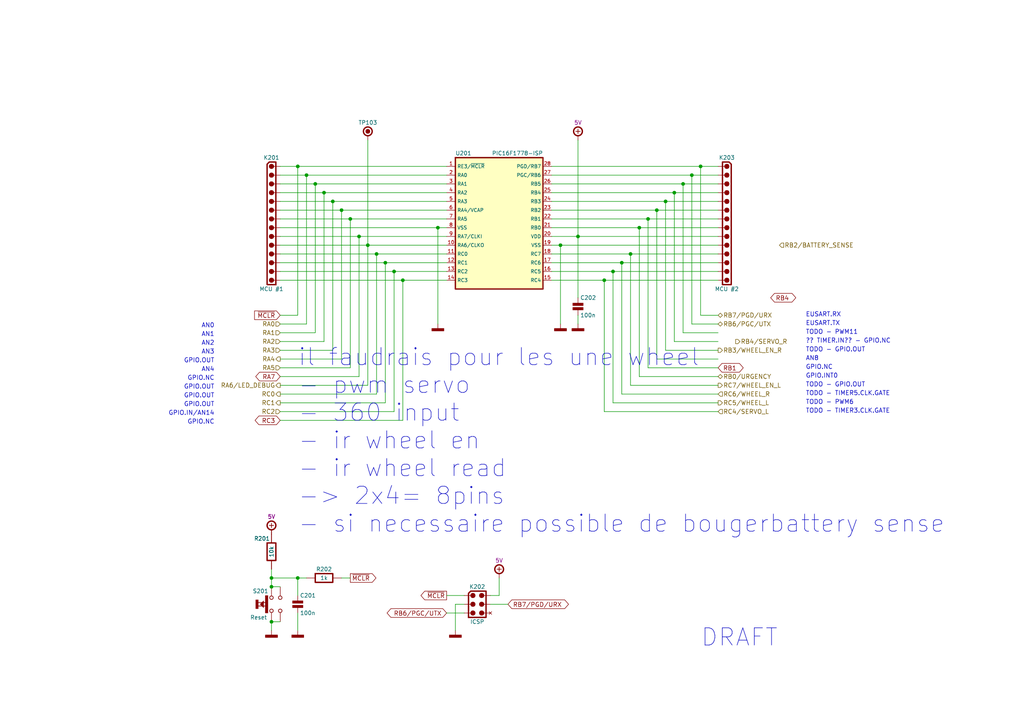
<source format=kicad_sch>
(kicad_sch (version 20230121) (generator eeschema)
  (paper "A4")
  (title_block (title "MCU") (date "01/2022") (rev "A") (comment 1 "TBOT - MCU PIC-8Bit"))
  (lib_symbols
    (symbol "tronixio:ALPS-SKRPAC" (pin_numbers hide) (pin_names (offset 0) hide)
      (property "Reference" "S" (at 0 6.35 0))
      (property "Value" "SKRPAC" (at 0 -5.08 0))
      (symbol "ALPS-SKRPAC_0_1"
        (rectangle (start -2.54 1.778) (end 2.54 1.016) (stroke (width 0.001)) (fill (type outline)))
        (circle (center -1.905 -2.54) (radius 0.508) (stroke (width 0.2)))
        (circle (center -1.905 0) (radius 0.508) (stroke (width 0.2)))
        (rectangle (start -1.27 4.572) (end 1.27 3.81) (stroke (width 0.001)) (fill (type outline)))
        (polyline (pts (xy -0.508 1.778) (xy -0.508 3.81)) (stroke (width 0.2)))
        (polyline (pts (xy 0.508 1.778) (xy 0.508 3.81)) (stroke (width 0.2)))
        (polyline (pts (xy -1.016 2.286) (xy 1.016 2.286) (xy 0 3.302) (xy -1.016 2.286)) (stroke (width 0.001)) (fill (type outline)))
        (circle (center 1.905 -2.54) (radius 0.508) (stroke (width 0.2)))
        (circle (center 1.905 0) (radius 0.508) (stroke (width 0.2)))
        (pin passive line (at -5.08 0 0) (length 2.54) (name "1") (number "1"))
        (pin passive line (at -5.08 -2.54 0) (length 2.54) (name "2") (number "2"))
        (pin passive line (at 5.08 0 180) (length 2.54) (name "3") (number "3"))
        (pin passive line (at 5.08 -2.54 180) (length 2.54) (name "4") (number "4"))
      )
    )
    (symbol "tronixio:CAPACITOR-1206-100N-50V-5P-X7R" (pin_numbers hide) (pin_names (offset 0) hide)
      (property "Reference" "C" (at 0.635 2.54 0))
      (property "Value" "100n" (at 0.635 -2.54 0))
      (symbol "CAPACITOR-1206-100N-50V-5P-X7R_0_1"
        (rectangle (start -1.524 -0.254) (end 1.524 -1.016) (stroke (width 0.001)) (fill (type outline)))
        (rectangle (start -1.524 1.016) (end 1.524 0.254) (stroke (width 0.001)) (fill (type outline)))
      )
      (symbol "CAPACITOR-1206-100N-50V-5P-X7R_1_1"
        (pin passive line (at 0 2.54 270) (length 1.905) (name "~") (number "1"))
        (pin passive line (at 0 -2.54 90) (length 1.905) (name "~") (number "2"))
      )
    )
    (symbol "tronixio:HARWIN-254-M-1X14-VERTICAL" (pin_numbers hide) (pin_names (offset 0) hide)
      (property "Reference" "K" (at 0 2.54 0))
      (property "Value" "SYMBOL-HEADER-M-1X14" (at 0 -35.56 0))
      (symbol "HARWIN-254-M-1X14-VERTICAL_0_1"
        (circle (center 0 -33.02) (radius 0.635) (stroke (width 0.2)) (fill (type outline)))
        (circle (center 0 -30.48) (radius 0.635) (stroke (width 0.2)) (fill (type outline)))
        (circle (center 0 -27.94) (radius 0.635) (stroke (width 0.2)) (fill (type outline)))
        (circle (center 0 -25.4) (radius 0.635) (stroke (width 0.2)) (fill (type outline)))
        (circle (center 0 -22.86) (radius 0.635) (stroke (width 0.2)) (fill (type outline)))
        (circle (center 0 -20.32) (radius 0.635) (stroke (width 0.2)) (fill (type outline)))
        (circle (center 0 -17.78) (radius 0.635) (stroke (width 0.2)) (fill (type outline)))
        (circle (center 0 -15.24) (radius 0.635) (stroke (width 0.2)) (fill (type outline)))
        (circle (center 0 -12.7) (radius 0.635) (stroke (width 0.2)) (fill (type outline)))
        (circle (center 0 -10.16) (radius 0.635) (stroke (width 0.2)) (fill (type outline)))
        (circle (center 0 -7.62) (radius 0.635) (stroke (width 0.2)) (fill (type outline)))
        (circle (center 0 -5.08) (radius 0.635) (stroke (width 0.2)) (fill (type outline)))
        (circle (center 0 -2.54) (radius 0.635) (stroke (width 0.2)) (fill (type outline)))
        (polyline (pts (xy -1.27 -34.29) (xy 1.27 -34.29) (xy 1.27 0.635) (xy 0.635 1.27) (xy -1.27 1.27) (xy -1.27 -34.29)) (stroke (width 0.4)))
        (circle (center 0 0) (radius 0.635) (stroke (width 0.2)) (fill (type outline)))
      )
      (symbol "HARWIN-254-M-1X14-VERTICAL_1_1"
        (pin passive line (at -2.54 0 0) (length 1.905) (name "Pin_1") (number "1"))
        (pin passive line (at -2.54 -22.86 0) (length 1.905) (name "Pin_10") (number "10"))
        (pin passive line (at -2.54 -25.4 0) (length 1.905) (name "Pin_11") (number "11"))
        (pin passive line (at -2.54 -27.94 0) (length 1.905) (name "Pin_12") (number "12"))
        (pin passive line (at -2.54 -30.48 0) (length 1.905) (name "Pin_13") (number "13"))
        (pin passive line (at -2.54 -33.02 0) (length 1.905) (name "Pin_14") (number "14"))
        (pin passive line (at -2.54 -2.54 0) (length 1.905) (name "Pin_2") (number "2"))
        (pin passive line (at -2.54 -5.08 0) (length 1.905) (name "Pin_3") (number "3"))
        (pin passive line (at -2.54 -7.62 0) (length 1.905) (name "Pin_4") (number "4"))
        (pin passive line (at -2.54 -10.16 0) (length 1.905) (name "Pin_5") (number "5"))
        (pin passive line (at -2.54 -12.7 0) (length 1.905) (name "Pin_6") (number "6"))
        (pin passive line (at -2.54 -15.24 0) (length 1.905) (name "Pin_7") (number "7"))
        (pin passive line (at -2.54 -17.78 0) (length 1.905) (name "Pin_8") (number "8"))
        (pin passive line (at -2.54 -20.32 0) (length 1.905) (name "Pin_9") (number "9"))
      )
    )
    (symbol "tronixio:KEYSTONE-2000-3" (pin_numbers hide) (pin_names (offset 0) hide)
      (property "Reference" "TP" (at 0 5.08 0))
      (symbol "KEYSTONE-2000-3_0_1"
        (circle (center 0 2.54) (radius 0.635) (stroke (width 0.001)) (fill (type outline)))
        (circle (center 0 2.54) (radius 1.27) (stroke (width 0.4)))
      )
      (symbol "KEYSTONE-2000-3_1_1"
        (pin passive line (at 0 0 90) (length 1.27) (name "1") (number "1"))
      )
    )
    (symbol "tronixio:MICROCHIP-ICSP-M-2X03" (pin_numbers hide) (pin_names (offset 0) hide)
      (property "Reference" "K" (at 1.27 2.54 0))
      (property "Value" "ICSP" (at 1.27 -7.62 0))
      (symbol "MICROCHIP-ICSP-M-2X03_0_0"
        (circle (center 0 -5.08) (radius 0.635) (stroke (width 0.2)) (fill (type outline)))
        (circle (center 0 -2.54) (radius 0.635) (stroke (width 0.2)) (fill (type outline)))
        (polyline (pts (xy -1.27 -6.35) (xy 3.81 -6.35) (xy 3.81 1.27) (xy -0.635 1.27) (xy -1.27 0.635) (xy -1.27 -6.35)) (stroke (width 0.4)))
        (circle (center 0 0) (radius 0.635) (stroke (width 0.2)) (fill (type outline)))
        (circle (center 2.54 -5.08) (radius 0.635) (stroke (width 0.2)) (fill (type outline)))
        (circle (center 2.54 -2.54) (radius 0.635) (stroke (width 0.2)) (fill (type outline)))
        (circle (center 2.54 0) (radius 0.635) (stroke (width 0.2)) (fill (type outline)))
      )
      (symbol "MICROCHIP-ICSP-M-2X03_1_1"
        (pin output line (at -2.54 0 0) (length 1.905) (name "1") (number "1"))
        (pin power_in line (at 5.08 0 180) (length 1.905) (name "2") (number "2"))
        (pin power_in line (at -2.54 -2.54 0) (length 1.905) (name "3") (number "3"))
        (pin bidirectional line (at 5.08 -2.54 180) (length 1.905) (name "4") (number "4"))
        (pin output line (at -2.54 -5.08 0) (length 1.905) (name "5") (number "5"))
        (pin no_connect line (at 5.08 -5.08 180) (length 1.905) (name "6") (number "6"))
      )
    )
    (symbol "tronixio:MICROCHIP-PIC16F1778-ISP" (pin_names (offset 0.5))
      (property "Reference" "U" (at 2.54 3.81 0))
      (property "Value" "PIC16F1778-ISP" (at 27.94 3.81 0))
      (symbol "MICROCHIP-PIC16F1778-ISP_0_1"
        (rectangle (start 2.54 -35.56) (end 27.94 2.54) (stroke (width 0.4)) (fill (type background)))
      )
      (symbol "MICROCHIP-PIC16F1778-ISP_1_1"
        (pin input line (at 0 0 0) (length 2.54) (name "RE3/~{MCLR}") (number "1"))
        (pin bidirectional line (at 0 -22.86 0) (length 2.54) (name "RA6/CLKO") (number "10"))
        (pin bidirectional line (at 0 -25.4 0) (length 2.54) (name "RC0") (number "11"))
        (pin bidirectional line (at 0 -27.94 0) (length 2.54) (name "RC1") (number "12"))
        (pin bidirectional line (at 0 -30.48 0) (length 2.54) (name "RC2") (number "13"))
        (pin bidirectional line (at 0 -33.02 0) (length 2.54) (name "RC3") (number "14"))
        (pin bidirectional line (at 30.48 -33.02 180) (length 2.54) (name "RC4") (number "15"))
        (pin bidirectional line (at 30.48 -30.48 180) (length 2.54) (name "RC5") (number "16"))
        (pin bidirectional line (at 30.48 -27.94 180) (length 2.54) (name "RC6") (number "17"))
        (pin bidirectional line (at 30.48 -25.4 180) (length 2.54) (name "RC7") (number "18"))
        (pin power_in line (at 30.48 -22.86 180) (length 2.54) (name "VSS") (number "19"))
        (pin bidirectional line (at 0 -2.54 0) (length 2.54) (name "RA0") (number "2"))
        (pin power_in line (at 30.48 -20.32 180) (length 2.54) (name "VDD") (number "20"))
        (pin bidirectional line (at 30.48 -17.78 180) (length 2.54) (name "RB0") (number "21"))
        (pin bidirectional line (at 30.48 -15.24 180) (length 2.54) (name "RB1") (number "22"))
        (pin bidirectional line (at 30.48 -12.7 180) (length 2.54) (name "RB2") (number "23"))
        (pin bidirectional line (at 30.48 -10.16 180) (length 2.54) (name "RB3") (number "24"))
        (pin bidirectional line (at 30.48 -7.62 180) (length 2.54) (name "RB4") (number "25"))
        (pin bidirectional line (at 30.48 -5.08 180) (length 2.54) (name "RB5") (number "26"))
        (pin bidirectional line (at 30.48 -2.54 180) (length 2.54) (name "PGC/RB6") (number "27"))
        (pin bidirectional line (at 30.48 0 180) (length 2.54) (name "PGD/RB7") (number "28"))
        (pin bidirectional line (at 0 -5.08 0) (length 2.54) (name "RA1") (number "3"))
        (pin bidirectional line (at 0 -7.62 0) (length 2.54) (name "RA2") (number "4"))
        (pin bidirectional line (at 0 -10.16 0) (length 2.54) (name "RA3") (number "5"))
        (pin bidirectional line (at 0 -12.7 0) (length 2.54) (name "RA4/VCAP") (number "6"))
        (pin bidirectional line (at 0 -15.24 0) (length 2.54) (name "RA5") (number "7"))
        (pin power_in line (at 0 -17.78 0) (length 2.54) (name "VSS") (number "8"))
        (pin bidirectional line (at 0 -20.32 0) (length 2.54) (name "RA7/CLKI") (number "9"))
      )
    )
    (symbol "tronixio:POWER-+5V" (power) (pin_numbers hide) (pin_names (offset 0) hide)
      (property "Name" "5V" (at 0 5.08 0))
      (symbol "POWER-+5V_0_1"
        (polyline (pts (xy -0.635 2.54) (xy 0.635 2.54)) (stroke (width 0.2)))
        (polyline (pts (xy 0 1.905) (xy 0 3.175)) (stroke (width 0.2)))
        (circle (center 0 2.54) (radius 1.27) (stroke (width 0.4)))
      )
      (symbol "POWER-+5V_1_1"
        (pin power_in line (at 0 0 90) (length 1.27) (name "+5V") (number "1"))
      )
    )
    (symbol "tronixio:POWER-GND" (power) (pin_numbers hide) (pin_names (offset 0) hide)
      (symbol "POWER-GND_0_1"
        (rectangle (start -1.778 -2.032) (end 1.778 -1.27) (stroke (width 0.001)) (fill (type outline)))
      )
      (symbol "POWER-GND_1_1"
        (pin power_in line (at 0 0 270) (length 1.27) (name "GND") (number "1"))
      )
    )
    (symbol "tronixio:RESISTOR-1206-10K-5P" (pin_numbers hide) (pin_names (offset 0) hide)
      (property "Reference" "R" (at 0.635 3.81 0))
      (property "Value" "10k" (at 0 0 90))
      (symbol "RESISTOR-1206-10K-5P_0_1"
        (rectangle (start -1.27 -2.54) (end 1.27 2.54) (stroke (width 0.4)))
      )
      (symbol "RESISTOR-1206-10K-5P_1_1"
        (pin passive line (at 0 5.08 270) (length 2.54) (name "~") (number "1"))
        (pin passive line (at 0 -5.08 90) (length 2.54) (name "~") (number "2"))
      )
    )
    (symbol "tronixio:RESISTOR-1206-1K-5P" (pin_numbers hide) (pin_names (offset 0) hide)
      (property "Reference" "R" (at 0 3.81 0))
      (property "Value" "1k" (at 0 0 90))
      (symbol "RESISTOR-1206-1K-5P_0_1"
        (rectangle (start -1.27 -2.54) (end 1.27 2.54) (stroke (width 0.4)))
      )
      (symbol "RESISTOR-1206-1K-5P_1_1"
        (pin passive line (at 0 5.08 270) (length 2.54) (name "~") (number "1"))
        (pin passive line (at 0 -5.08 90) (length 2.54) (name "~") (number "2"))
      )
    )
  )
  (junction (at 78.74 167.64))
  (junction (at 91.44 53.34) (diameter 0.9144))
  (junction (at 193.04 58.42) (diameter 0.9144))
  (junction (at 200.66 50.8) (diameter 0.9144))
  (junction (at 195.58 55.88) (diameter 0.9144))
  (junction (at 101.6 63.5) (diameter 0.9144))
  (junction (at 175.26 81.28) (diameter 0.9144))
  (junction (at 187.96 63.5) (diameter 0.9144))
  (junction (at 93.98 55.88) (diameter 0.9144))
  (junction (at 86.36 167.64))
  (junction (at 198.12 53.34) (diameter 0.9144))
  (junction (at 127 66.04) (diameter 0.9144))
  (junction (at 177.8 78.74) (diameter 0.9144))
  (junction (at 106.68 71.12) (diameter 0.9144))
  (junction (at 162.56 71.12) (diameter 0.9144))
  (junction (at 104.14 68.58) (diameter 0.9144))
  (junction (at 78.74 170.18))
  (junction (at 114.3 78.74) (diameter 0.9144))
  (junction (at 167.64 68.58) (diameter 0.9144))
  (junction (at 203.2 48.26) (diameter 0.9144))
  (junction (at 96.52 58.42) (diameter 0.9144))
  (junction (at 182.88 73.66) (diameter 0.9144))
  (junction (at 78.74 180.34))
  (junction (at 99.06 60.96) (diameter 0.9144))
  (junction (at 86.36 48.26) (diameter 0.9144))
  (junction (at 88.9 50.8) (diameter 0.9144))
  (junction (at 116.84 81.28) (diameter 0.9144))
  (junction (at 109.22 73.66) (diameter 0.9144))
  (junction (at 185.42 66.04) (diameter 0.9144))
  (junction (at 190.5 60.96) (diameter 0.9144))
  (junction (at 180.34 76.2) (diameter 0.9144))
  (junction (at 111.76 76.2) (diameter 0.9144))
  (wire (pts (xy 132.08 175.26) (xy 132.08 182.88)))
  (wire (pts (xy 134.62 175.26) (xy 132.08 175.26)))
  (wire (pts (xy 160.02 48.26) (xy 203.2 48.26)))
  (wire (pts (xy 203.2 48.26) (xy 208.28 48.26)))
  (wire (pts (xy 81.28 66.04) (xy 127 66.04)))
  (wire (pts (xy 127 66.04) (xy 129.54 66.04)))
  (wire (pts (xy 81.28 55.88) (xy 93.98 55.88)))
  (wire (pts (xy 93.98 55.88) (xy 129.54 55.88)))
  (wire (pts (xy 78.74 170.18) (xy 81.28 170.18)))
  (wire (pts (xy 86.36 172.72) (xy 86.36 167.64)))
  (wire (pts (xy 160.02 81.28) (xy 175.26 81.28)))
  (wire (pts (xy 175.26 81.28) (xy 208.28 81.28)))
  (wire (pts (xy 160.02 66.04) (xy 185.42 66.04)))
  (wire (pts (xy 185.42 66.04) (xy 208.28 66.04)))
  (wire (pts (xy 198.12 53.34) (xy 198.12 96.52)))
  (wire (pts (xy 208.28 119.38) (xy 175.26 119.38)))
  (wire (pts (xy 208.28 116.84) (xy 177.8 116.84)))
  (wire (pts (xy 208.28 109.22) (xy 185.42 109.22)))
  (wire (pts (xy 160.02 71.12) (xy 162.56 71.12)))
  (wire (pts (xy 162.56 71.12) (xy 208.28 71.12)))
  (wire (pts (xy 190.5 60.96) (xy 190.5 104.14)))
  (wire (pts (xy 190.5 104.14) (xy 208.28 104.14)))
  (wire (pts (xy 160.02 68.58) (xy 167.64 68.58)))
  (wire (pts (xy 167.64 68.58) (xy 208.28 68.58)))
  (wire (pts (xy 182.88 73.66) (xy 182.88 111.76)))
  (wire (pts (xy 182.88 111.76) (xy 208.28 111.76)))
  (wire (pts (xy 162.56 71.12) (xy 162.56 93.98)))
  (wire (pts (xy 160.02 73.66) (xy 182.88 73.66)))
  (wire (pts (xy 182.88 73.66) (xy 208.28 73.66)))
  (wire (pts (xy 81.28 78.74) (xy 114.3 78.74)))
  (wire (pts (xy 114.3 78.74) (xy 129.54 78.74)))
  (wire (pts (xy 78.74 167.64) (xy 78.74 170.18)))
  (wire (pts (xy 195.58 55.88) (xy 195.58 99.06)))
  (wire (pts (xy 167.64 68.58) (xy 167.64 86.36)))
  (wire (pts (xy 81.28 119.38) (xy 114.3 119.38)))
  (wire (pts (xy 114.3 119.38) (xy 114.3 78.74)))
  (wire (pts (xy 81.28 68.58) (xy 104.14 68.58)))
  (wire (pts (xy 104.14 68.58) (xy 129.54 68.58)))
  (wire (pts (xy 129.54 177.8) (xy 134.62 177.8)))
  (wire (pts (xy 175.26 81.28) (xy 175.26 119.38)))
  (wire (pts (xy 99.06 167.64) (xy 101.6 167.64)))
  (wire (pts (xy 81.28 109.22) (xy 104.14 109.22)))
  (wire (pts (xy 81.28 111.76) (xy 106.68 111.76)))
  (wire (pts (xy 187.96 63.5) (xy 187.96 106.68)))
  (wire (pts (xy 187.96 106.68) (xy 208.28 106.68)))
  (wire (pts (xy 81.28 71.12) (xy 106.68 71.12)))
  (wire (pts (xy 106.68 71.12) (xy 129.54 71.12)))
  (wire (pts (xy 86.36 48.26) (xy 86.36 91.44)))
  (wire (pts (xy 160.02 58.42) (xy 193.04 58.42)))
  (wire (pts (xy 193.04 58.42) (xy 208.28 58.42)))
  (wire (pts (xy 177.8 78.74) (xy 177.8 116.84)))
  (wire (pts (xy 185.42 66.04) (xy 185.42 109.22)))
  (wire (pts (xy 81.28 114.3) (xy 109.22 114.3)))
  (wire (pts (xy 109.22 114.3) (xy 109.22 73.66)))
  (wire (pts (xy 81.28 96.52) (xy 91.44 96.52)))
  (wire (pts (xy 180.34 76.2) (xy 180.34 114.3)))
  (wire (pts (xy 193.04 58.42) (xy 193.04 101.6)))
  (wire (pts (xy 193.04 101.6) (xy 208.28 101.6)))
  (wire (pts (xy 78.74 165.1) (xy 78.74 167.64)))
  (wire (pts (xy 81.28 53.34) (xy 91.44 53.34)))
  (wire (pts (xy 91.44 53.34) (xy 129.54 53.34)))
  (wire (pts (xy 142.24 172.72) (xy 144.78 172.72)))
  (wire (pts (xy 144.78 167.64) (xy 144.78 172.72)))
  (wire (pts (xy 81.28 58.42) (xy 96.52 58.42)))
  (wire (pts (xy 96.52 58.42) (xy 129.54 58.42)))
  (wire (pts (xy 167.64 40.64) (xy 167.64 68.58)))
  (wire (pts (xy 86.36 167.64) (xy 88.9 167.64)))
  (wire (pts (xy 81.28 116.84) (xy 111.76 116.84)))
  (wire (pts (xy 111.76 116.84) (xy 111.76 76.2)))
  (wire (pts (xy 160.02 76.2) (xy 180.34 76.2)))
  (wire (pts (xy 180.34 76.2) (xy 208.28 76.2)))
  (wire (pts (xy 127 66.04) (xy 127 93.98)))
  (wire (pts (xy 200.66 93.98) (xy 208.28 93.98)))
  (wire (pts (xy 167.64 91.44) (xy 167.64 93.98)))
  (wire (pts (xy 81.28 76.2) (xy 111.76 76.2)))
  (wire (pts (xy 111.76 76.2) (xy 129.54 76.2)))
  (wire (pts (xy 160.02 53.34) (xy 198.12 53.34)))
  (wire (pts (xy 198.12 53.34) (xy 208.28 53.34)))
  (wire (pts (xy 81.28 93.98) (xy 88.9 93.98)))
  (wire (pts (xy 81.28 48.26) (xy 86.36 48.26)))
  (wire (pts (xy 86.36 48.26) (xy 129.54 48.26)))
  (wire (pts (xy 198.12 96.52) (xy 208.28 96.52)))
  (wire (pts (xy 195.58 99.06) (xy 208.28 99.06)))
  (wire (pts (xy 81.28 63.5) (xy 101.6 63.5)))
  (wire (pts (xy 101.6 63.5) (xy 129.54 63.5)))
  (wire (pts (xy 160.02 60.96) (xy 190.5 60.96)))
  (wire (pts (xy 190.5 60.96) (xy 208.28 60.96)))
  (wire (pts (xy 142.24 175.26) (xy 147.32 175.26)))
  (wire (pts (xy 160.02 50.8) (xy 200.66 50.8)))
  (wire (pts (xy 200.66 50.8) (xy 208.28 50.8)))
  (wire (pts (xy 106.68 40.64) (xy 106.68 71.12)))
  (wire (pts (xy 78.74 180.34) (xy 81.28 180.34)))
  (wire (pts (xy 78.74 180.34) (xy 78.74 182.88)))
  (wire (pts (xy 81.28 106.68) (xy 101.6 106.68)))
  (wire (pts (xy 101.6 106.68) (xy 101.6 63.5)))
  (wire (pts (xy 78.74 167.64) (xy 86.36 167.64)))
  (wire (pts (xy 88.9 93.98) (xy 88.9 50.8)))
  (wire (pts (xy 81.28 81.28) (xy 116.84 81.28)))
  (wire (pts (xy 116.84 81.28) (xy 129.54 81.28)))
  (wire (pts (xy 203.2 48.26) (xy 203.2 91.44)))
  (wire (pts (xy 91.44 96.52) (xy 91.44 53.34)))
  (wire (pts (xy 208.28 114.3) (xy 180.34 114.3)))
  (wire (pts (xy 81.28 121.92) (xy 116.84 121.92)))
  (wire (pts (xy 116.84 121.92) (xy 116.84 81.28)))
  (wire (pts (xy 106.68 111.76) (xy 106.68 71.12)))
  (wire (pts (xy 81.28 99.06) (xy 93.98 99.06)))
  (wire (pts (xy 93.98 99.06) (xy 93.98 55.88)))
  (wire (pts (xy 200.66 50.8) (xy 200.66 93.98)))
  (wire (pts (xy 160.02 63.5) (xy 187.96 63.5)))
  (wire (pts (xy 187.96 63.5) (xy 208.28 63.5)))
  (wire (pts (xy 160.02 78.74) (xy 177.8 78.74)))
  (wire (pts (xy 177.8 78.74) (xy 208.28 78.74)))
  (wire (pts (xy 86.36 177.8) (xy 86.36 182.88)))
  (wire (pts (xy 203.2 91.44) (xy 208.28 91.44)))
  (wire (pts (xy 160.02 55.88) (xy 195.58 55.88)))
  (wire (pts (xy 195.58 55.88) (xy 208.28 55.88)))
  (wire (pts (xy 129.54 172.72) (xy 134.62 172.72)))
  (wire (pts (xy 81.28 50.8) (xy 88.9 50.8)))
  (wire (pts (xy 88.9 50.8) (xy 129.54 50.8)))
  (wire (pts (xy 81.28 104.14) (xy 99.06 104.14)))
  (wire (pts (xy 99.06 104.14) (xy 99.06 60.96)))
  (wire (pts (xy 81.28 73.66) (xy 109.22 73.66)))
  (wire (pts (xy 109.22 73.66) (xy 129.54 73.66)))
  (wire (pts (xy 81.28 60.96) (xy 99.06 60.96)))
  (wire (pts (xy 99.06 60.96) (xy 129.54 60.96)))
  (wire (pts (xy 81.28 91.44) (xy 86.36 91.44)))
  (wire (pts (xy 81.28 101.6) (xy 96.52 101.6)))
  (wire (pts (xy 96.52 101.6) (xy 96.52 58.42)))
  (wire (pts (xy 104.14 109.22) (xy 104.14 68.58)))
  (text "AN2" (at 62.23 100.33 0) (effects (font (size 1.27 1.27)) (justify right bottom)))
  (text "AN8" (at 233.68 104.775 0) (effects (font (size 1.27 1.27)) (justify left bottom)))
  (text "AN1" (at 62.23 97.79 0) (effects (font (size 1.27 1.27)) (justify right bottom)))
  (text "GPIO.OUT" (at 62.23 113.03 0) (effects (font (size 1.27 1.27)) (justify right bottom)))
  (text "GPIO.NC" (at 62.23 123.19 0) (effects (font (size 1.27 1.27)) (justify right bottom)))
  (text "?? TIMER.IN?? - GPIO.NC" (at 233.68 99.695 0) (effects (font (size 1.27 1.27)) (justify left bottom)))
  (text "GPIO.NC" (at 233.68 107.315 0) (effects (font (size 1.27 1.27)) (justify left bottom)))
  (text "AN3" (at 62.23 102.87 0) (effects (font (size 1.27 1.27)) (justify right bottom)))
  (text "il faudrais pour les une wheel\n- pwm servo\n- 360 input\n- ir wheel en\n- ir wheel read\n-> 2x4= 8pins\n- si necessaire possible de bougerbattery sense\n" (at 86.36 154.94 0) (effects (font (size 5 5)) (justify left bottom)))
  (text "TODO - GPIO.OUT" (at 233.68 112.395 0) (effects (font (size 1.27 1.27)) (justify left bottom)))
  (text "AN4" (at 62.23 107.95 0) (effects (font (size 1.27 1.27)) (justify right bottom)))
  (text "TODO - PWM6" (at 233.68 117.475 0) (effects (font (size 1.27 1.27)) (justify left bottom)))
  (text "GPIO.NC" (at 62.23 110.49 0) (effects (font (size 1.27 1.27)) (justify right bottom)))
  (text "GPIO.IN/AN14" (at 62.23 120.65 0) (effects (font (size 1.27 1.27)) (justify right bottom)))
  (text "EUSART.TX" (at 233.68 94.615 0) (effects (font (size 1.27 1.27)) (justify left bottom)))
  (text "DRAFT" (at 203.2 187.96 0) (effects (font (size 5 5)) (justify left bottom)))
  (text "GPIO.INT0" (at 233.68 109.855 0) (effects (font (size 1.27 1.27)) (justify left bottom)))
  (text "TODO - TIMER3.CLK.GATE" (at 233.68 120.015 0) (effects (font (size 1.27 1.27)) (justify left bottom)))
  (text "GPIO.OUT" (at 62.23 118.11 0) (effects (font (size 1.27 1.27)) (justify right bottom)))
  (text "TODO - TIMER5.CLK.GATE" (at 233.68 114.935 0) (effects (font (size 1.27 1.27)) (justify left bottom)))
  (text "GPIO.OUT" (at 62.23 105.41 0) (effects (font (size 1.27 1.27)) (justify right bottom)))
  (text "TODO - PWM11" (at 233.68 97.155 0) (effects (font (size 1.27 1.27)) (justify left bottom)))
  (text "EUSART.RX" (at 233.68 92.075 0) (effects (font (size 1.27 1.27)) (justify left bottom)))
  (text "AN0" (at 62.23 95.25 0) (effects (font (size 1.27 1.27)) (justify right bottom)))
  (text "TODO - GPIO.OUT" (at 233.68 102.235 0) (effects (font (size 1.27 1.27)) (justify left bottom)))
  (text "GPIO.OUT" (at 62.23 115.57 0) (effects (font (size 1.27 1.27)) (justify right bottom)))
  (global_label "~{MCLR}" (shape output) (at 129.54 172.72 180) (property "Intersheetrefs" "${INTERSHEET_REFS}" (effects hide)))
  (global_label "RC3" (shape bidirectional) (at 81.28 121.92 180) (property "Intersheetrefs" "${INTERSHEET_REFS}" (effects hide)))
  (global_label "~{MCLR}" (shape output) (at 101.6 167.64 0) (property "Intersheetrefs" "${INTERSHEET_REFS}" (effects hide)))
  (global_label "RB7{slash}PGD{slash}URX" (shape bidirectional) (at 147.32 175.26 0) (property "Intersheetrefs" "${INTERSHEET_REFS}" (effects hide)))
  (global_label "RB1" (shape bidirectional) (at 208.28 106.68 0) (property "Intersheetrefs" "${INTERSHEET_REFS}" (effects hide)))
  (global_label "RA7" (shape bidirectional) (at 81.28 109.22 180) (property "Intersheetrefs" "${INTERSHEET_REFS}" (effects hide)))
  (global_label "RB4" (shape bidirectional) (at 223.52 86.36 0) (property "Intersheetrefs" "${INTERSHEET_REFS}" (effects hide)))
  (global_label "~{MCLR}" (shape input) (at 81.28 91.44 180) (property "Intersheetrefs" "${INTERSHEET_REFS}" (effects hide)))
  (global_label "RB6{slash}PGC{slash}UTX" (shape bidirectional) (at 129.54 177.8 180) (property "Intersheetrefs" "${INTERSHEET_REFS}" (effects hide)))
  (hierarchical_label "RB6{slash}PGC{slash}UTX" (shape bidirectional) (at 208.28 93.98 0))
  (hierarchical_label "RC4{slash}SERVO_L" (shape input) (at 208.28 119.38 0))
  (hierarchical_label "RA5" (shape input) (at 81.28 106.68 180))
  (hierarchical_label "RB2{slash}BATTERY_SENSE" (shape input) (at 226.06 71.12 0))
  (hierarchical_label "RB3{slash}WHEEL_EN_R" (shape output) (at 208.28 101.6 0))
  (hierarchical_label "RC2" (shape input) (at 81.28 119.38 180))
  (hierarchical_label "RC7{slash}WHEEL_EN_L" (shape output) (at 208.28 111.76 0))
  (hierarchical_label "RC0" (shape output) (at 81.28 114.3 180))
  (hierarchical_label "RA6{slash}LED_DEBUG" (shape output) (at 81.28 111.76 180))
  (hierarchical_label "RA1" (shape input) (at 81.28 96.52 180))
  (hierarchical_label "RA3" (shape input) (at 81.28 101.6 180))
  (hierarchical_label "RC5{slash}WHEEL_L" (shape output) (at 208.28 116.84 0))
  (hierarchical_label "RA4" (shape output) (at 81.28 104.14 180))
  (hierarchical_label "RA0" (shape input) (at 81.28 93.98 180))
  (hierarchical_label "RA2" (shape input) (at 81.28 99.06 180))
  (hierarchical_label "RB4{slash}SERVO_R" (shape output) (at 213.36 99.06 0))
  (hierarchical_label "RC1" (shape output) (at 81.28 116.84 180))
  (hierarchical_label "RB0{slash}URGENCY" (shape bidirectional) (at 208.28 109.22 0))
  (hierarchical_label "RB7{slash}PGD{slash}URX" (shape bidirectional) (at 208.28 91.44 0))
  (hierarchical_label "RC6{slash}WHEEL_R" (shape input) (at 208.28 114.3 0))
  (symbol (lib_id "tronixio:POWER-+5V") (at 167.64 40.64 0) (unit 1)
    (property "Reference" "#PWR0308" (effects hide))
    (property "Value" "POWER-+5V" (effects hide))
    (property "Name" "5V" (at 167.64 35.56 0) (effects (font (size 1.15 1.15))))
  )
  (symbol (lib_id "tronixio:ALPS-SKRPAC") (at 78.74 175.26 90) (unit 1)
    (property "Reference" "S201" (at 75.565 171.45 90) (effects (font (size 1.15 1.15))))
    (property "Value" "Reset" (at 77.47 179.07 90) (effects (font (size 1.15 1.15)) (justify left)))
    (property "Footprint" "tronixio:ALPS-SKRPAC" (effects hide))
    (property "Datasheet" "http://www.alps.com/prod/info/E/HTML/Tact/SurfaceMount/SKRP/SKRPACE010.html" (effects hide))
    (property "Mouser" "688-SKRPACE010" (effects hide))
  )
  (symbol (lib_id "tronixio:CAPACITOR-1206-100N-50V-5P-X7R") (at 167.64 88.9 0) (unit 1)
    (property "Reference" "C202" (at 168.275 86.36 0) (effects (font (size 1.15 1.15)) (justify left)))
    (property "Value" "100n" (at 168.275 91.44 0) (effects (font (size 1.15 1.15)) (justify left)))
    (property "Footprint" "tronixio:CAPACITOR-SMD-1206" (effects hide))
    (property "Voltage" "50V" (effects hide))
    (property "Tolerance" "5%" (effects hide))
    (property "Mouser" "80-C1206C104J5R" (effects hide))
  )
  (symbol (lib_id "tronixio:HARWIN-254-M-1X14-VERTICAL") (at 210.82 48.26 0) (unit 1)
    (property "Reference" "K203" (at 210.82 45.72 0) (effects (font (size 1.15 1.15))))
    (property "Value" "MCU #2" (at 210.82 83.82 0) (effects (font (size 1.15 1.15))))
    (property "Footprint" "tronixio:HARWIN-M20-999144x" (effects hide))
    (property "Datasheet" "https://www.harwin.com/products/M20-9991446/" (effects hide))
    (property "Mouser" "855-M20-999144" (effects hide))
  )
  (symbol (lib_id "tronixio:CAPACITOR-1206-100N-50V-5P-X7R") (at 86.36 175.26 0) (unit 1)
    (property "Reference" "C201" (at 86.995 172.72 0) (effects (font (size 1.15 1.15)) (justify left)))
    (property "Value" "100n" (at 86.995 177.8 0) (effects (font (size 1.15 1.15)) (justify left)))
    (property "Footprint" "tronixio:CAPACITOR-SMD-1206" (effects hide))
    (property "Voltage" "50V" (effects hide))
    (property "Tolerance" "5%" (effects hide))
    (property "Mouser" "80-C1206C104J5R" (effects hide))
  )
  (symbol (lib_id "tronixio:POWER-GND") (at 162.56 93.98 0) (unit 1)
    (property "Reference" "#PWR0307" (effects hide))
    (property "Value" "POWER-GND" (effects hide))
  )
  (symbol (lib_id "tronixio:MICROCHIP-PIC16F1778-ISP") (at 129.54 48.26 0) (unit 1)
    (property "Reference" "U201" (at 132.08 44.45 0) (effects (font (size 1.15 1.15)) (justify left)))
    (property "Value" "PIC16F1778-ISP" (at 157.48 44.45 0) (effects (font (size 1.15 1.15)) (justify right)))
    (property "Footprint" "tronixio:DIP-28-W762" (effects hide))
    (property "Datasheet" "https://www.microchip.com/en-us/product/PIC16F1778" (effects hide))
    (property "Mouser" "579-PIC16F1778-I/SP" (effects hide))
  )
  (symbol (lib_id "tronixio:POWER-GND") (at 167.64 93.98 0) (unit 1)
    (property "Reference" "#PWR0309" (effects hide))
    (property "Value" "POWER-GND" (effects hide))
  )
  (symbol (lib_id "tronixio:RESISTOR-1206-1K-5P") (at 93.98 167.64 270) (unit 1)
    (property "Reference" "R202" (at 93.98 165.1 90) (effects (font (size 1.15 1.15))))
    (property "Value" "1k" (at 93.98 167.64 90) (effects (font (size 1.15 1.15))))
    (property "Footprint" "tronixio:RESISTOR-SMD-1206" (effects hide))
    (property "Tolerance" "5%" (effects hide))
    (property "Mouser" "660-RK73B2BTTDD102J" (effects hide))
  )
  (symbol (lib_id "tronixio:POWER-+5V") (at 78.74 154.94 0) (unit 1)
    (property "Reference" "#PWR0301" (effects hide))
    (property "Value" "POWER-+5V" (effects hide))
    (property "Name" "5V" (at 78.74 149.86 0) (effects (font (size 1.15 1.15))))
  )
  (symbol (lib_id "tronixio:POWER-GND") (at 132.08 182.88 0) (unit 1)
    (property "Reference" "#PWR0305" (effects hide))
    (property "Value" "POWER-GND" (effects hide))
  )
  (symbol (lib_id "tronixio:MICROCHIP-ICSP-M-2X03") (at 137.16 172.72 0) (unit 1)
    (property "Reference" "K202" (at 138.43 170.18 0) (effects (font (size 1.15 1.15))))
    (property "Value" "ICSP" (at 138.43 180.34 0) (effects (font (size 1.15 1.15))))
    (property "Footprint" "tronixio:HARWIN-M20-998034x" (effects hide))
    (property "Datasheet" "https://ww1.microchip.com/downloads/en/DeviceDoc/30277d.pdf" (effects hide))
    (property "Mouser" "855-M20-998034" (effects hide))
  )
  (symbol (lib_id "tronixio:POWER-GND") (at 127 93.98 0) (unit 1)
    (property "Reference" "#PWR0304" (effects hide))
    (property "Value" "POWER-GND" (effects hide))
  )
  (symbol (lib_id "tronixio:POWER-+5V") (at 144.78 167.64 0) (unit 1)
    (property "Reference" "#PWR0306" (effects hide))
    (property "Value" "POWER-+5V" (effects hide))
    (property "Name" "5V" (at 144.78 162.56 0) (effects (font (size 1.15 1.15))))
  )
  (symbol (lib_id "tronixio:POWER-GND") (at 86.36 182.88 0) (unit 1)
    (property "Reference" "#PWR0303" (effects hide))
    (property "Value" "POWER-GND" (effects hide))
  )
  (symbol (lib_id "tronixio:HARWIN-254-M-1X14-VERTICAL") (at 78.74 48.26 0) (mirror y) (unit 1)
    (property "Reference" "K201" (at 78.74 45.72 0) (effects (font (size 1.15 1.15))))
    (property "Value" "MCU #1" (at 78.74 83.82 0) (effects (font (size 1.15 1.15))))
    (property "Footprint" "tronixio:HARWIN-M20-999144x" (effects hide))
    (property "Datasheet" "https://www.harwin.com/products/M20-9991446/" (effects hide))
    (property "Mouser" "855-M20-999144" (effects hide))
  )
  (symbol (lib_id "tronixio:POWER-GND") (at 78.74 182.88 0) (unit 1)
    (property "Reference" "#PWR0302" (effects hide))
    (property "Value" "POWER-GND" (effects hide))
  )
  (symbol (lib_id "tronixio:RESISTOR-1206-10K-5P") (at 78.74 160.02 180) (unit 1)
    (property "Reference" "R201" (at 73.66 156.21 0) (effects (font (size 1.15 1.15)) (justify right)))
    (property "Value" "10k" (at 78.74 160.02 90) (effects (font (size 1.15 1.15))))
    (property "Footprint" "tronixio:RESISTOR-SMD-1206" (effects hide))
    (property "Tolerance" "5%" (effects hide))
    (property "Mouser" "660-RK73B2BTTDD103J" (effects hide))
  )
  (symbol (lib_id "tronixio:KEYSTONE-2000-3") (at 106.68 40.64 0) (unit 1)
    (property "Reference" "TP103" (at 106.68 35.56 0) (effects (font (size 1.15 1.15))))
    (property "Value" "Debug" (effects hide))
    (property "Footprint" "tronixio:KEYSTONE-2000-3" (effects hide))
    (property "Datasheet" "https://www.keyelco.com/product.cfm/product_id/3037" (effects hide))
    (property "Mouser" "534-2000-3" (effects hide))
    (instances (project "tbot-8bit" (path "" (reference "TP103") (unit 1)) (path "" (reference "TP201") (unit 1))))
  )
)
</source>
